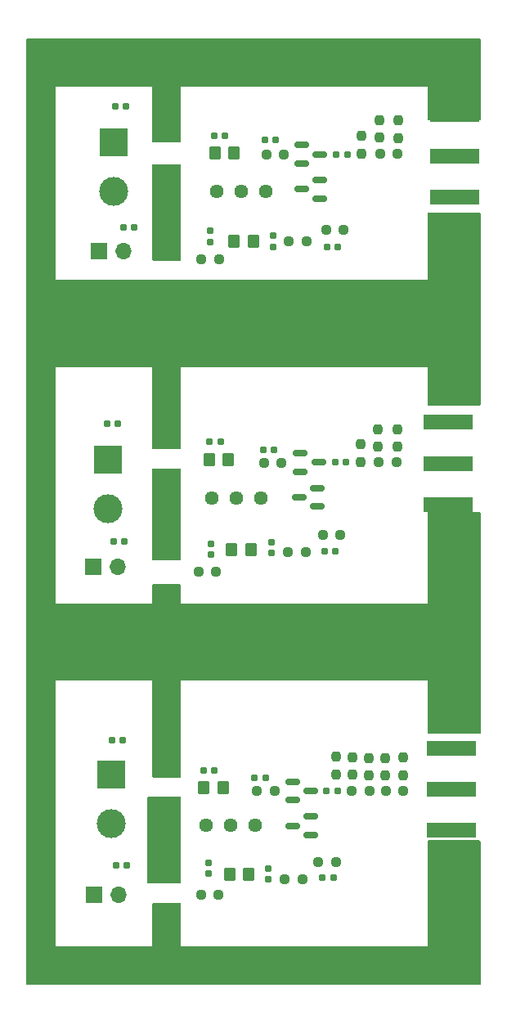
<source format=gbr>
%TF.GenerationSoftware,KiCad,Pcbnew,(6.0.11)*%
%TF.CreationDate,2023-07-15T14:23:29-05:00*%
%TF.ProjectId,SchottkyNoiseSource,5363686f-7474-46b7-994e-6f697365536f,rev?*%
%TF.SameCoordinates,Original*%
%TF.FileFunction,Soldermask,Top*%
%TF.FilePolarity,Negative*%
%FSLAX46Y46*%
G04 Gerber Fmt 4.6, Leading zero omitted, Abs format (unit mm)*
G04 Created by KiCad (PCBNEW (6.0.11)) date 2023-07-15 14:23:29*
%MOMM*%
%LPD*%
G01*
G04 APERTURE LIST*
G04 Aperture macros list*
%AMRoundRect*
0 Rectangle with rounded corners*
0 $1 Rounding radius*
0 $2 $3 $4 $5 $6 $7 $8 $9 X,Y pos of 4 corners*
0 Add a 4 corners polygon primitive as box body*
4,1,4,$2,$3,$4,$5,$6,$7,$8,$9,$2,$3,0*
0 Add four circle primitives for the rounded corners*
1,1,$1+$1,$2,$3*
1,1,$1+$1,$4,$5*
1,1,$1+$1,$6,$7*
1,1,$1+$1,$8,$9*
0 Add four rect primitives between the rounded corners*
20,1,$1+$1,$2,$3,$4,$5,0*
20,1,$1+$1,$4,$5,$6,$7,0*
20,1,$1+$1,$6,$7,$8,$9,0*
20,1,$1+$1,$8,$9,$2,$3,0*%
G04 Aperture macros list end*
%ADD10RoundRect,0.237500X-0.250000X-0.237500X0.250000X-0.237500X0.250000X0.237500X-0.250000X0.237500X0*%
%ADD11RoundRect,0.155000X-0.212500X-0.155000X0.212500X-0.155000X0.212500X0.155000X-0.212500X0.155000X0*%
%ADD12RoundRect,0.250000X0.350000X0.450000X-0.350000X0.450000X-0.350000X-0.450000X0.350000X-0.450000X0*%
%ADD13C,1.440000*%
%ADD14R,1.700000X1.700000*%
%ADD15O,1.700000X1.700000*%
%ADD16RoundRect,0.237500X0.237500X-0.250000X0.237500X0.250000X-0.237500X0.250000X-0.237500X-0.250000X0*%
%ADD17RoundRect,0.155000X0.155000X-0.212500X0.155000X0.212500X-0.155000X0.212500X-0.155000X-0.212500X0*%
%ADD18RoundRect,0.155000X0.212500X0.155000X-0.212500X0.155000X-0.212500X-0.155000X0.212500X-0.155000X0*%
%ADD19RoundRect,0.150000X-0.587500X-0.150000X0.587500X-0.150000X0.587500X0.150000X-0.587500X0.150000X0*%
%ADD20RoundRect,0.237500X0.250000X0.237500X-0.250000X0.237500X-0.250000X-0.237500X0.250000X-0.237500X0*%
%ADD21R,5.080000X1.500000*%
%ADD22RoundRect,0.150000X0.587500X0.150000X-0.587500X0.150000X-0.587500X-0.150000X0.587500X-0.150000X0*%
%ADD23R,3.000000X3.000000*%
%ADD24C,3.000000*%
G04 APERTURE END LIST*
D10*
%TO.C,R11*%
X126477500Y-89890000D03*
X128302500Y-89890000D03*
%TD*%
D11*
%TO.C,C6*%
X121942500Y-89890000D03*
X123077500Y-89890000D03*
%TD*%
D12*
%TO.C,R1*%
X111480000Y-57840000D03*
X109480000Y-57840000D03*
%TD*%
D10*
%TO.C,R33*%
X120187500Y-131220000D03*
X122012500Y-131220000D03*
%TD*%
D12*
%TO.C,R26*%
X113200000Y-98900000D03*
X111200000Y-98900000D03*
%TD*%
D10*
%TO.C,R32*%
X108053500Y-134620000D03*
X109878500Y-134620000D03*
%TD*%
D13*
%TO.C,RV1*%
X114770000Y-61800000D03*
X112230000Y-61800000D03*
X109690000Y-61800000D03*
%TD*%
D14*
%TO.C,J7*%
X97500000Y-68000000D03*
D15*
X100040000Y-68000000D03*
%TD*%
D13*
%TO.C,RV2*%
X114270000Y-93600000D03*
X111730000Y-93600000D03*
X109190000Y-93600000D03*
%TD*%
D16*
%TO.C,R15*%
X122042500Y-122192500D03*
X122042500Y-120367500D03*
%TD*%
D14*
%TO.C,J8*%
X96900000Y-100700000D03*
D15*
X99440000Y-100700000D03*
%TD*%
D11*
%TO.C,C11*%
X98342500Y-85840000D03*
X99477500Y-85840000D03*
%TD*%
D17*
%TO.C,C20*%
X115000000Y-133067500D03*
X115000000Y-131932500D03*
%TD*%
D16*
%TO.C,R19*%
X127162500Y-122302500D03*
X127162500Y-120477500D03*
%TD*%
D13*
%TO.C,RV3*%
X113692500Y-127450000D03*
X111152500Y-127450000D03*
X108612500Y-127450000D03*
%TD*%
D16*
%TO.C,R6*%
X128440000Y-56302500D03*
X128440000Y-54477500D03*
%TD*%
D17*
%TO.C,C13*%
X109000000Y-67067500D03*
X109000000Y-65932500D03*
%TD*%
D18*
%TO.C,C15*%
X122233500Y-67564000D03*
X121098500Y-67564000D03*
%TD*%
D17*
%TO.C,C14*%
X115500000Y-67567500D03*
X115500000Y-66432500D03*
%TD*%
D10*
%TO.C,R29*%
X120675000Y-97400000D03*
X122500000Y-97400000D03*
%TD*%
D14*
%TO.C,J9*%
X97000000Y-134620000D03*
D15*
X99540000Y-134620000D03*
%TD*%
D11*
%TO.C,C10*%
X99182500Y-53000000D03*
X100317500Y-53000000D03*
%TD*%
%TO.C,C1*%
X109412500Y-56050000D03*
X110547500Y-56050000D03*
%TD*%
D10*
%TO.C,R25*%
X121007500Y-65849000D03*
X122832500Y-65849000D03*
%TD*%
D16*
%TO.C,R9*%
X124590000Y-89825000D03*
X124590000Y-88000000D03*
%TD*%
D19*
%TO.C,D3*%
X117545000Y-122930000D03*
X117545000Y-124830000D03*
X119420000Y-123880000D03*
%TD*%
D10*
%TO.C,R28*%
X107787500Y-101200000D03*
X109612500Y-101200000D03*
%TD*%
D16*
%TO.C,R10*%
X126390000Y-88262500D03*
X126390000Y-86437500D03*
%TD*%
D20*
%TO.C,R27*%
X118912500Y-99200000D03*
X117087500Y-99200000D03*
%TD*%
D11*
%TO.C,C12*%
X98815000Y-118610000D03*
X99950000Y-118610000D03*
%TD*%
%TO.C,C2*%
X114645000Y-56520000D03*
X115780000Y-56520000D03*
%TD*%
D18*
%TO.C,C22*%
X101151500Y-65532000D03*
X100016500Y-65532000D03*
%TD*%
D10*
%TO.C,R17*%
X123690000Y-123910000D03*
X125515000Y-123910000D03*
%TD*%
D16*
%TO.C,R21*%
X129002500Y-122282500D03*
X129002500Y-120457500D03*
%TD*%
D10*
%TO.C,R5*%
X126577500Y-57930000D03*
X128402500Y-57930000D03*
%TD*%
D18*
%TO.C,C23*%
X100397500Y-131576000D03*
X99262500Y-131576000D03*
%TD*%
D21*
%TO.C,J1*%
X134290000Y-58160000D03*
X134290000Y-53910000D03*
X134290000Y-62410000D03*
%TD*%
D22*
%TO.C,D6*%
X119437500Y-128450000D03*
X119437500Y-126550000D03*
X117562500Y-127500000D03*
%TD*%
D12*
%TO.C,R22*%
X113500000Y-67000000D03*
X111500000Y-67000000D03*
%TD*%
D11*
%TO.C,C4*%
X108932500Y-87780000D03*
X110067500Y-87780000D03*
%TD*%
D17*
%TO.C,C16*%
X109100000Y-99467500D03*
X109100000Y-98332500D03*
%TD*%
D16*
%TO.C,R4*%
X126520000Y-56282500D03*
X126520000Y-54457500D03*
%TD*%
D18*
%TO.C,C18*%
X121967500Y-99100000D03*
X120832500Y-99100000D03*
%TD*%
D16*
%TO.C,R3*%
X124650000Y-57922500D03*
X124650000Y-56097500D03*
%TD*%
%TO.C,R18*%
X125472500Y-122292500D03*
X125472500Y-120467500D03*
%TD*%
%TO.C,R12*%
X128360000Y-88262500D03*
X128360000Y-86437500D03*
%TD*%
D17*
%TO.C,C17*%
X115400000Y-99267500D03*
X115400000Y-98132500D03*
%TD*%
D12*
%TO.C,R7*%
X110910000Y-89590000D03*
X108910000Y-89590000D03*
%TD*%
D18*
%TO.C,C21*%
X121757500Y-132870000D03*
X120622500Y-132870000D03*
%TD*%
D20*
%TO.C,R14*%
X115675000Y-123900000D03*
X113850000Y-123900000D03*
%TD*%
D23*
%TO.C,J3*%
X98410000Y-89590000D03*
D24*
X98410000Y-94670000D03*
%TD*%
D12*
%TO.C,R13*%
X110352500Y-123570000D03*
X108352500Y-123570000D03*
%TD*%
D23*
%TO.C,J2*%
X99000000Y-56780000D03*
D24*
X99000000Y-61860000D03*
%TD*%
D12*
%TO.C,R30*%
X113000000Y-132500000D03*
X111000000Y-132500000D03*
%TD*%
D20*
%TO.C,R8*%
X116402500Y-89940000D03*
X114577500Y-89940000D03*
%TD*%
D21*
%TO.C,J6*%
X134000000Y-123750000D03*
X134000000Y-119500000D03*
X134000000Y-128000000D03*
%TD*%
D10*
%TO.C,R24*%
X108087500Y-68834000D03*
X109912500Y-68834000D03*
%TD*%
D11*
%TO.C,C5*%
X114475000Y-88590000D03*
X115610000Y-88590000D03*
%TD*%
D20*
%TO.C,R2*%
X116642500Y-58040000D03*
X114817500Y-58040000D03*
%TD*%
D18*
%TO.C,C24*%
X100135500Y-98044000D03*
X99000500Y-98044000D03*
%TD*%
D17*
%TO.C,C19*%
X108860000Y-132451665D03*
X108860000Y-131316665D03*
%TD*%
D22*
%TO.C,D5*%
X120137500Y-94450000D03*
X120137500Y-92550000D03*
X118262500Y-93500000D03*
%TD*%
D10*
%TO.C,R20*%
X127190000Y-123890000D03*
X129015000Y-123890000D03*
%TD*%
D11*
%TO.C,C8*%
X113615000Y-122530000D03*
X114750000Y-122530000D03*
%TD*%
D20*
%TO.C,R23*%
X118962500Y-66970000D03*
X117137500Y-66970000D03*
%TD*%
D19*
%TO.C,D2*%
X118352500Y-88940000D03*
X118352500Y-90840000D03*
X120227500Y-89890000D03*
%TD*%
D22*
%TO.C,D4*%
X120347500Y-62560000D03*
X120347500Y-60660000D03*
X118472500Y-61610000D03*
%TD*%
D11*
%TO.C,C3*%
X122072500Y-58010000D03*
X123207500Y-58010000D03*
%TD*%
D20*
%TO.C,R31*%
X118572500Y-133060000D03*
X116747500Y-133060000D03*
%TD*%
D21*
%TO.C,J4*%
X133637500Y-90000000D03*
X133637500Y-85750000D03*
X133637500Y-94250000D03*
%TD*%
D11*
%TO.C,C9*%
X121055000Y-123870000D03*
X122190000Y-123870000D03*
%TD*%
D19*
%TO.C,D1*%
X118482500Y-57050000D03*
X118482500Y-58950000D03*
X120357500Y-58000000D03*
%TD*%
D11*
%TO.C,C7*%
X108315000Y-121820000D03*
X109450000Y-121820000D03*
%TD*%
D16*
%TO.C,R16*%
X123752500Y-122222500D03*
X123752500Y-120397500D03*
%TD*%
D23*
%TO.C,J5*%
X98782500Y-122210000D03*
D24*
X98782500Y-127290000D03*
%TD*%
G36*
X105942121Y-135520002D02*
G01*
X105988614Y-135573658D01*
X106000000Y-135626000D01*
X106000000Y-139981885D01*
X106004475Y-139997124D01*
X106005865Y-139998329D01*
X106013548Y-140000000D01*
X106128000Y-140000000D01*
X106196121Y-140020002D01*
X106242614Y-140073658D01*
X106254000Y-140126000D01*
X106254000Y-143874000D01*
X106233998Y-143942121D01*
X106180342Y-143988614D01*
X106128000Y-144000000D01*
X102872000Y-144000000D01*
X102803879Y-143979998D01*
X102757386Y-143926342D01*
X102746000Y-143874000D01*
X102746000Y-140126000D01*
X102766002Y-140057879D01*
X102819658Y-140011386D01*
X102872000Y-140000000D01*
X102981885Y-140000000D01*
X102997124Y-139995525D01*
X102998329Y-139994135D01*
X103000000Y-139986452D01*
X103000000Y-135626000D01*
X103020002Y-135557879D01*
X103073658Y-135511386D01*
X103126000Y-135500000D01*
X105874000Y-135500000D01*
X105942121Y-135520002D01*
G37*
G36*
X105942121Y-59020002D02*
G01*
X105988614Y-59073658D01*
X106000000Y-59126000D01*
X106000000Y-68874000D01*
X105979998Y-68942121D01*
X105926342Y-68988614D01*
X105874000Y-69000000D01*
X103126000Y-69000000D01*
X103057879Y-68979998D01*
X103011386Y-68926342D01*
X103000000Y-68874000D01*
X103000000Y-59126000D01*
X103020002Y-59057879D01*
X103073658Y-59011386D01*
X103126000Y-59000000D01*
X105874000Y-59000000D01*
X105942121Y-59020002D01*
G37*
G36*
X93196121Y-46020002D02*
G01*
X93242614Y-46073658D01*
X93254000Y-46126000D01*
X93254000Y-50874000D01*
X93233998Y-50942121D01*
X93180342Y-50988614D01*
X93128000Y-51000000D01*
X93018115Y-51000000D01*
X93002876Y-51004475D01*
X93001671Y-51005865D01*
X93000000Y-51013548D01*
X93000000Y-139981885D01*
X93004475Y-139997124D01*
X93005865Y-139998329D01*
X93013548Y-140000000D01*
X93128000Y-140000000D01*
X93196121Y-140020002D01*
X93242614Y-140073658D01*
X93254000Y-140126000D01*
X93254000Y-143874000D01*
X93233998Y-143942121D01*
X93180342Y-143988614D01*
X93128000Y-144000000D01*
X90126000Y-144000000D01*
X90057879Y-143979998D01*
X90011386Y-143926342D01*
X90000000Y-143874000D01*
X90000000Y-46126000D01*
X90020002Y-46057879D01*
X90073658Y-46011386D01*
X90126000Y-46000000D01*
X93128000Y-46000000D01*
X93196121Y-46020002D01*
G37*
G36*
X106196121Y-46020002D02*
G01*
X106242614Y-46073658D01*
X106254000Y-46126000D01*
X106254000Y-50874000D01*
X106233998Y-50942121D01*
X106180342Y-50988614D01*
X106128000Y-51000000D01*
X106018115Y-51000000D01*
X106002876Y-51004475D01*
X106001671Y-51005865D01*
X106000000Y-51013548D01*
X106000000Y-56624000D01*
X105979998Y-56692121D01*
X105926342Y-56738614D01*
X105874000Y-56750000D01*
X103126000Y-56750000D01*
X103057879Y-56729998D01*
X103011386Y-56676342D01*
X103000000Y-56624000D01*
X103000000Y-51018115D01*
X102995525Y-51002876D01*
X102994135Y-51001671D01*
X102986452Y-51000000D01*
X102872000Y-51000000D01*
X102803879Y-50979998D01*
X102757386Y-50926342D01*
X102746000Y-50874000D01*
X102746000Y-46126000D01*
X102766002Y-46057879D01*
X102819658Y-46011386D01*
X102872000Y-46000000D01*
X106128000Y-46000000D01*
X106196121Y-46020002D01*
G37*
G36*
X105942121Y-102520002D02*
G01*
X105988614Y-102573658D01*
X106000000Y-102626000D01*
X106000000Y-122374000D01*
X105979998Y-122442121D01*
X105926342Y-122488614D01*
X105874000Y-122500000D01*
X103126000Y-122500000D01*
X103057879Y-122479998D01*
X103011386Y-122426342D01*
X103000000Y-122374000D01*
X103000000Y-102626000D01*
X103020002Y-102557879D01*
X103073658Y-102511386D01*
X103126000Y-102500000D01*
X105874000Y-102500000D01*
X105942121Y-102520002D01*
G37*
G36*
X106196121Y-71020002D02*
G01*
X106242614Y-71073658D01*
X106254000Y-71126000D01*
X106254000Y-79874000D01*
X106233998Y-79942121D01*
X106180342Y-79988614D01*
X106128000Y-80000000D01*
X106018115Y-80000000D01*
X106002876Y-80004475D01*
X106001671Y-80005865D01*
X106000000Y-80013548D01*
X106000000Y-88374000D01*
X105979998Y-88442121D01*
X105926342Y-88488614D01*
X105874000Y-88500000D01*
X103126000Y-88500000D01*
X103057879Y-88479998D01*
X103011386Y-88426342D01*
X103000000Y-88374000D01*
X103000000Y-80018115D01*
X102995525Y-80002876D01*
X102994135Y-80001671D01*
X102986452Y-80000000D01*
X102872000Y-80000000D01*
X102803879Y-79979998D01*
X102757386Y-79926342D01*
X102746000Y-79874000D01*
X102746000Y-71126000D01*
X102766002Y-71057879D01*
X102819658Y-71011386D01*
X102872000Y-71000000D01*
X106128000Y-71000000D01*
X106196121Y-71020002D01*
G37*
G36*
X92942121Y-104266002D02*
G01*
X92988614Y-104319658D01*
X93000000Y-104372000D01*
X93000000Y-104481885D01*
X93004475Y-104497124D01*
X93005865Y-104498329D01*
X93013548Y-104500000D01*
X131481885Y-104500000D01*
X131497124Y-104495525D01*
X131498329Y-104494135D01*
X131500000Y-104486452D01*
X131500000Y-104372000D01*
X131520002Y-104303879D01*
X131573658Y-104257386D01*
X131626000Y-104246000D01*
X136874000Y-104246000D01*
X136942121Y-104266002D01*
X136988614Y-104319658D01*
X137000000Y-104372000D01*
X137000000Y-112628000D01*
X136979998Y-112696121D01*
X136926342Y-112742614D01*
X136874000Y-112754000D01*
X131626000Y-112754000D01*
X131557879Y-112733998D01*
X131511386Y-112680342D01*
X131500000Y-112628000D01*
X131500000Y-112518115D01*
X131495525Y-112502876D01*
X131494135Y-112501671D01*
X131486452Y-112500000D01*
X93018115Y-112500000D01*
X93002876Y-112504475D01*
X93001671Y-112505865D01*
X93000000Y-112513548D01*
X93000000Y-112628000D01*
X92979998Y-112696121D01*
X92926342Y-112742614D01*
X92874000Y-112754000D01*
X90126000Y-112754000D01*
X90057879Y-112733998D01*
X90011386Y-112680342D01*
X90000000Y-112628000D01*
X90000000Y-104372000D01*
X90020002Y-104303879D01*
X90073658Y-104257386D01*
X90126000Y-104246000D01*
X92874000Y-104246000D01*
X92942121Y-104266002D01*
G37*
G36*
X92942121Y-139766002D02*
G01*
X92988614Y-139819658D01*
X93000000Y-139872000D01*
X93000000Y-139981885D01*
X93004475Y-139997124D01*
X93005865Y-139998329D01*
X93013548Y-140000000D01*
X131481885Y-140000000D01*
X131497124Y-139995525D01*
X131498329Y-139994135D01*
X131500000Y-139986452D01*
X131500000Y-139872000D01*
X131520002Y-139803879D01*
X131573658Y-139757386D01*
X131626000Y-139746000D01*
X136874000Y-139746000D01*
X136942121Y-139766002D01*
X136988614Y-139819658D01*
X137000000Y-139872000D01*
X137000000Y-143874000D01*
X136979998Y-143942121D01*
X136926342Y-143988614D01*
X136874000Y-144000000D01*
X90126000Y-144000000D01*
X90057879Y-143979998D01*
X90011386Y-143926342D01*
X90000000Y-143874000D01*
X90000000Y-139872000D01*
X90020002Y-139803879D01*
X90073658Y-139757386D01*
X90126000Y-139746000D01*
X92874000Y-139746000D01*
X92942121Y-139766002D01*
G37*
G36*
X136942121Y-46020002D02*
G01*
X136988614Y-46073658D01*
X137000000Y-46126000D01*
X137000000Y-51128000D01*
X136979998Y-51196121D01*
X136926342Y-51242614D01*
X136874000Y-51254000D01*
X131626000Y-51254000D01*
X131557879Y-51233998D01*
X131511386Y-51180342D01*
X131500000Y-51128000D01*
X131500000Y-51018115D01*
X131495525Y-51002876D01*
X131494135Y-51001671D01*
X131486452Y-51000000D01*
X93018115Y-51000000D01*
X93002876Y-51004475D01*
X93001671Y-51005865D01*
X93000000Y-51013548D01*
X93000000Y-51128000D01*
X92979998Y-51196121D01*
X92926342Y-51242614D01*
X92874000Y-51254000D01*
X90126000Y-51254000D01*
X90057879Y-51233998D01*
X90011386Y-51180342D01*
X90000000Y-51128000D01*
X90000000Y-46126000D01*
X90020002Y-46057879D01*
X90073658Y-46011386D01*
X90126000Y-46000000D01*
X136874000Y-46000000D01*
X136942121Y-46020002D01*
G37*
G36*
X136942121Y-129020002D02*
G01*
X136988614Y-129073658D01*
X137000000Y-129126000D01*
X137000000Y-143874000D01*
X136979998Y-143942121D01*
X136926342Y-143988614D01*
X136874000Y-144000000D01*
X131372000Y-144000000D01*
X131303879Y-143979998D01*
X131257386Y-143926342D01*
X131246000Y-143874000D01*
X131246000Y-140126000D01*
X131266002Y-140057879D01*
X131319658Y-140011386D01*
X131372000Y-140000000D01*
X131481885Y-140000000D01*
X131497124Y-139995525D01*
X131498329Y-139994135D01*
X131500000Y-139986452D01*
X131500000Y-129126000D01*
X131520002Y-129057879D01*
X131573658Y-129011386D01*
X131626000Y-129000000D01*
X136874000Y-129000000D01*
X136942121Y-129020002D01*
G37*
G36*
X92942121Y-70766002D02*
G01*
X92988614Y-70819658D01*
X93000000Y-70872000D01*
X93000000Y-70981885D01*
X93004475Y-70997124D01*
X93005865Y-70998329D01*
X93013548Y-71000000D01*
X131481885Y-71000000D01*
X131497124Y-70995525D01*
X131498329Y-70994135D01*
X131500000Y-70986452D01*
X131500000Y-70872000D01*
X131520002Y-70803879D01*
X131573658Y-70757386D01*
X131626000Y-70746000D01*
X136874000Y-70746000D01*
X136942121Y-70766002D01*
X136988614Y-70819658D01*
X137000000Y-70872000D01*
X137000000Y-80128000D01*
X136979998Y-80196121D01*
X136926342Y-80242614D01*
X136874000Y-80254000D01*
X131626000Y-80254000D01*
X131557879Y-80233998D01*
X131511386Y-80180342D01*
X131500000Y-80128000D01*
X131500000Y-80018115D01*
X131495525Y-80002876D01*
X131494135Y-80001671D01*
X131486452Y-80000000D01*
X93018115Y-80000000D01*
X93002876Y-80004475D01*
X93001671Y-80005865D01*
X93000000Y-80013548D01*
X93000000Y-80128000D01*
X92979998Y-80196121D01*
X92926342Y-80242614D01*
X92874000Y-80254000D01*
X90126000Y-80254000D01*
X90057879Y-80233998D01*
X90011386Y-80180342D01*
X90000000Y-80128000D01*
X90000000Y-70872000D01*
X90020002Y-70803879D01*
X90073658Y-70757386D01*
X90126000Y-70746000D01*
X92874000Y-70746000D01*
X92942121Y-70766002D01*
G37*
G36*
X136942121Y-95020002D02*
G01*
X136988614Y-95073658D01*
X137000000Y-95126000D01*
X137000000Y-117874000D01*
X136979998Y-117942121D01*
X136926342Y-117988614D01*
X136874000Y-118000000D01*
X131626000Y-118000000D01*
X131557879Y-117979998D01*
X131511386Y-117926342D01*
X131500000Y-117874000D01*
X131500000Y-95126000D01*
X131520002Y-95057879D01*
X131573658Y-95011386D01*
X131626000Y-95000000D01*
X136874000Y-95000000D01*
X136942121Y-95020002D01*
G37*
G36*
X136942121Y-64020002D02*
G01*
X136988614Y-64073658D01*
X137000000Y-64126000D01*
X137000000Y-83874000D01*
X136979998Y-83942121D01*
X136926342Y-83988614D01*
X136874000Y-84000000D01*
X131626000Y-84000000D01*
X131557879Y-83979998D01*
X131511386Y-83926342D01*
X131500000Y-83874000D01*
X131500000Y-64126000D01*
X131520002Y-64057879D01*
X131573658Y-64011386D01*
X131626000Y-64000000D01*
X136874000Y-64000000D01*
X136942121Y-64020002D01*
G37*
G36*
X136942121Y-46020002D02*
G01*
X136988614Y-46073658D01*
X137000000Y-46126000D01*
X137000000Y-54374000D01*
X136979998Y-54442121D01*
X136926342Y-54488614D01*
X136874000Y-54500000D01*
X131626000Y-54500000D01*
X131557879Y-54479998D01*
X131511386Y-54426342D01*
X131500000Y-54374000D01*
X131500000Y-51018115D01*
X131495525Y-51002876D01*
X131494135Y-51001671D01*
X131486452Y-51000000D01*
X131372000Y-51000000D01*
X131303879Y-50979998D01*
X131257386Y-50926342D01*
X131246000Y-50874000D01*
X131246000Y-46126000D01*
X131266002Y-46057879D01*
X131319658Y-46011386D01*
X131372000Y-46000000D01*
X136874000Y-46000000D01*
X136942121Y-46020002D01*
G37*
G36*
X105942121Y-90520002D02*
G01*
X105988614Y-90573658D01*
X106000000Y-90626000D01*
X106000000Y-99874000D01*
X105979998Y-99942121D01*
X105926342Y-99988614D01*
X105874000Y-100000000D01*
X103126000Y-100000000D01*
X103057879Y-99979998D01*
X103011386Y-99926342D01*
X103000000Y-99874000D01*
X103000000Y-90626000D01*
X103020002Y-90557879D01*
X103073658Y-90511386D01*
X103126000Y-90500000D01*
X105874000Y-90500000D01*
X105942121Y-90520002D01*
G37*
G36*
X105942121Y-124520002D02*
G01*
X105988614Y-124573658D01*
X106000000Y-124626000D01*
X106000000Y-133374000D01*
X105979998Y-133442121D01*
X105926342Y-133488614D01*
X105874000Y-133500000D01*
X102626000Y-133500000D01*
X102557879Y-133479998D01*
X102511386Y-133426342D01*
X102500000Y-133374000D01*
X102500000Y-124626000D01*
X102520002Y-124557879D01*
X102573658Y-124511386D01*
X102626000Y-124500000D01*
X105874000Y-124500000D01*
X105942121Y-124520002D01*
G37*
M02*

</source>
